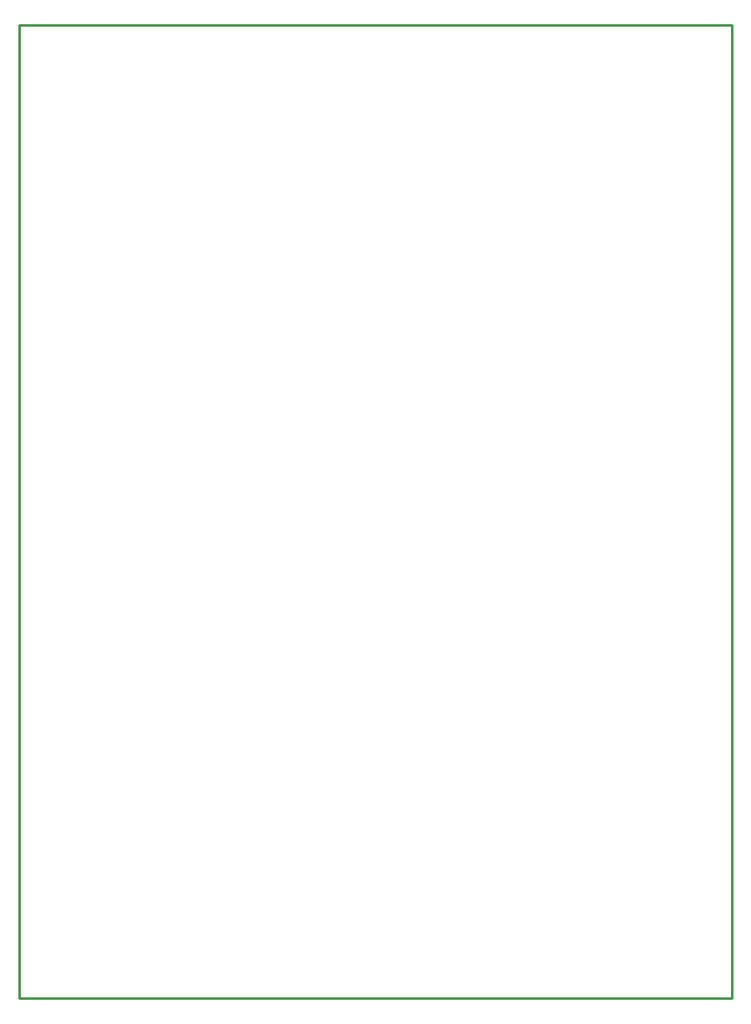
<source format=gko>
G04 ---------------------------- Layer name :KeepOutLayer*
G04 EasyEDA v5.8.20, Wed, 21 Nov 2018 13:10:04 GMT*
G04 3d86466828e248bea5d0288c5f419d97*
G04 Gerber Generator version 0.2*
G04 Scale: 100 percent, Rotated: No, Reflected: No *
G04 Dimensions in inches *
G04 leading zeros omitted , absolute positions ,2 integer and 4 decimal *
%FSLAX24Y24*%
%MOIN*%
G90*
G70D02*

%ADD10C,0.010000*%
G54D10*
G01X0Y38900D02*
G01X28500Y38900D01*
G01X28500Y0D01*
G01X0Y0D01*
G01X0Y38900D01*

%LPD*%
M00*
M02*

</source>
